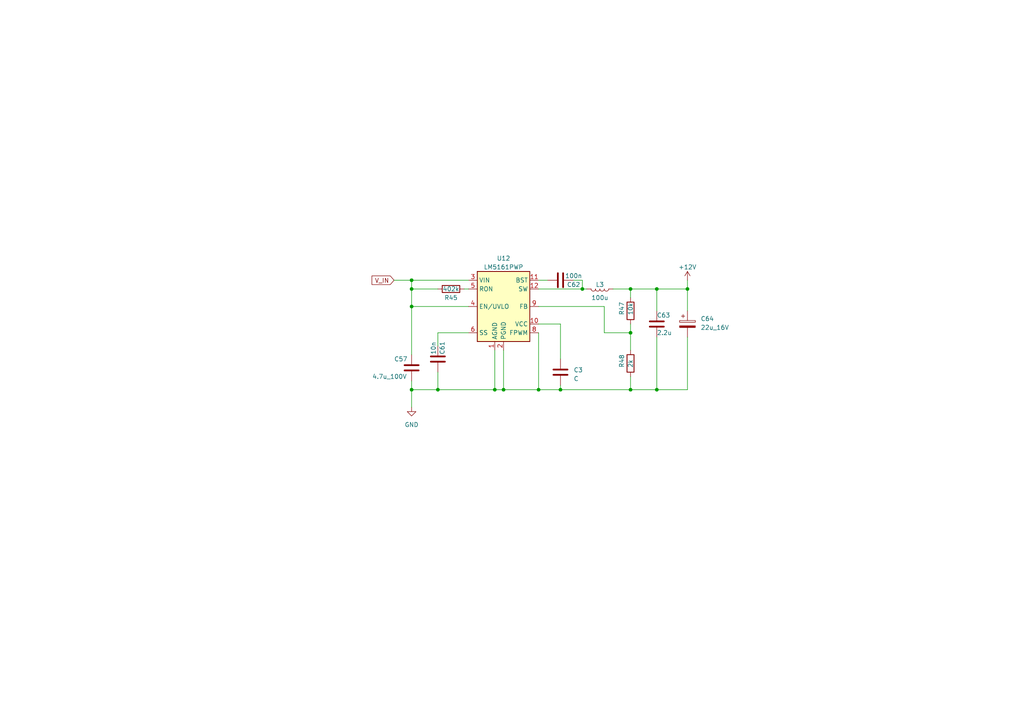
<source format=kicad_sch>
(kicad_sch (version 20230121) (generator eeschema)
  (paper "A4")
  (lib_symbols
    (symbol "Device:C" (pin_numbers hide) (pin_names (offset 0.254))
      (property "Reference" "C" (at 0.635 2.54 0))
      (property "Value" "C" (at 0.635 -2.54 0))
      (symbol "C_0_1"
        (polyline (pts (xy -2.032 -0.762) (xy 2.032 -0.762)) (stroke (width 0.508)))
        (polyline (pts (xy -2.032 0.762) (xy 2.032 0.762)) (stroke (width 0.508)))
      )
      (symbol "C_1_1"
        (pin passive line (at 0 3.81 270) (length 2.794) (name "~") (number "1"))
        (pin passive line (at 0 -3.81 90) (length 2.794) (name "~") (number "2"))
      )
    )
    (symbol "Device:C_Polarized" (pin_numbers hide) (pin_names (offset 0.254))
      (property "Reference" "C" (at 0.635 2.54 0))
      (property "Value" "C_Polarized" (at 0.635 -2.54 0))
      (symbol "C_Polarized_0_1"
        (rectangle (start -2.286 0.508) (end 2.286 1.016))
        (polyline (pts (xy -1.778 2.286) (xy -0.762 2.286)))
        (polyline (pts (xy -1.27 2.794) (xy -1.27 1.778)))
        (rectangle (start 2.286 -0.508) (end -2.286 -1.016) (fill (type outline)))
      )
      (symbol "C_Polarized_1_1"
        (pin passive line (at 0 3.81 270) (length 2.794) (name "~") (number "1"))
        (pin passive line (at 0 -3.81 90) (length 2.794) (name "~") (number "2"))
      )
    )
    (symbol "Device:L" (pin_numbers hide) (pin_names (offset 1.016) hide)
      (property "Reference" "L" (at -1.27 0 90))
      (property "Value" "L" (at 1.905 0 90))
      (symbol "L_0_1"
        (arc (start 0 -2.54) (mid 0.6323 -1.905) (end 0 -1.27))
        (arc (start 0 -1.27) (mid 0.6323 -0.635) (end 0 0))
        (arc (start 0 0) (mid 0.6323 0.635) (end 0 1.27))
        (arc (start 0 1.27) (mid 0.6323 1.905) (end 0 2.54))
      )
      (symbol "L_1_1"
        (pin passive line (at 0 3.81 270) (length 1.27) (name "1") (number "1"))
        (pin passive line (at 0 -3.81 90) (length 1.27) (name "2") (number "2"))
      )
    )
    (symbol "Device:R" (pin_numbers hide) (pin_names (offset 0))
      (property "Reference" "R" (at 2.032 0 90))
      (property "Value" "R" (at 0 0 90))
      (symbol "R_0_1"
        (rectangle (start -1.016 -2.54) (end 1.016 2.54) (stroke (width 0.254)))
      )
      (symbol "R_1_1"
        (pin passive line (at 0 3.81 270) (length 1.27) (name "~") (number "1"))
        (pin passive line (at 0 -3.81 90) (length 1.27) (name "~") (number "2"))
      )
    )
    (symbol "Regulator_Switching:LM5161PWP"
      (property "Reference" "U" (at -7.62 11.43 0))
      (property "Value" "LM5161PWP" (at 7.62 11.43 0))
      (symbol "LM5161PWP_0_1"
        (rectangle (start -7.62 10.16) (end 7.62 -10.16) (stroke (width 0.254)) (fill (type background)))
      )
      (symbol "LM5161PWP_1_1"
        (pin power_in line (at -2.54 -12.7 90) (length 2.54) (name "AGND") (number "1"))
        (pin power_out line (at 10.16 -5.08 180) (length 2.54) (name "VCC") (number "10"))
        (pin passive line (at 10.16 7.62 180) (length 2.54) (name "BST") (number "11"))
        (pin power_out line (at 10.16 5.08 180) (length 2.54) (name "SW") (number "12"))
        (pin passive line (at 10.16 5.08 180) (length 2.54) hide (name "SW") (number "13"))
        (pin no_connect line (at -7.62 -5.08 0) (length 2.54) hide (name "NC") (number "14"))
        (pin passive line (at -2.54 -12.7 90) (length 2.54) hide (name "AGND") (number "15"))
        (pin power_in line (at 0 -12.7 90) (length 2.54) (name "PGND") (number "2"))
        (pin power_in line (at -10.16 7.62 0) (length 2.54) (name "VIN") (number "3"))
        (pin input line (at -10.16 0 0) (length 2.54) (name "EN/UVLO") (number "4"))
        (pin input line (at -10.16 5.08 0) (length 2.54) (name "RON") (number "5"))
        (pin passive line (at -10.16 -7.62 0) (length 2.54) (name "SS") (number "6"))
        (pin no_connect line (at -7.62 -2.54 0) (length 2.54) hide (name "NC") (number "7"))
        (pin input line (at 10.16 -7.62 180) (length 2.54) (name "FPWM") (number "8"))
        (pin input line (at 10.16 0 180) (length 2.54) (name "FB") (number "9"))
      )
    )
    (symbol "power:+12V" (power) (pin_names (offset 0))
      (property "Value" "+12V" (at 0 3.556 0))
      (symbol "+12V_0_1"
        (polyline (pts (xy -0.762 1.27) (xy 0 2.54)))
        (polyline (pts (xy 0 0) (xy 0 2.54)))
        (polyline (pts (xy 0 2.54) (xy 0.762 1.27)))
      )
      (symbol "+12V_1_1"
        (pin power_in line (at 0 0 90) (length 0) hide (name "+12V") (number "1"))
      )
    )
    (symbol "power:GND" (power) (pin_names (offset 0))
      (property "Value" "GND" (at 0 -3.81 0))
      (symbol "GND_0_1"
        (polyline (pts (xy 0 0) (xy 0 -1.27) (xy 1.27 -1.27) (xy 0 -2.54) (xy -1.27 -1.27) (xy 0 -1.27)))
      )
      (symbol "GND_1_1"
        (pin power_in line (at 0 0 270) (length 0) hide (name "GND") (number "1"))
      )
    )
  )
  (junction (at 190.5 83.82))
  (junction (at 190.5 113.03))
  (junction (at 119.38 88.9))
  (junction (at 182.88 96.52))
  (junction (at 146.05 113.03))
  (junction (at 168.91 83.82))
  (junction (at 156.21 113.03))
  (junction (at 119.38 83.82))
  (junction (at 143.51 113.03))
  (junction (at 119.38 113.03))
  (junction (at 182.88 83.82))
  (junction (at 162.56 113.03))
  (junction (at 199.39 83.82))
  (junction (at 182.88 113.03))
  (junction (at 127 113.03))
  (junction (at 119.38 81.28))
  (wire (pts (xy 134.62 83.82) (xy 135.89 83.82)))
  (wire (pts (xy 162.56 113.03) (xy 182.88 113.03)))
  (wire (pts (xy 119.38 113.03) (xy 127 113.03)))
  (wire (pts (xy 119.38 110.49) (xy 119.38 113.03)))
  (wire (pts (xy 119.38 88.9) (xy 119.38 102.87)))
  (wire (pts (xy 190.5 97.79) (xy 190.5 113.03)))
  (wire (pts (xy 175.26 96.52) (xy 182.88 96.52)))
  (wire (pts (xy 143.51 101.6) (xy 143.51 113.03)))
  (wire (pts (xy 168.91 83.82) (xy 170.18 83.82)))
  (wire (pts (xy 156.21 96.52) (xy 156.21 113.03)))
  (wire (pts (xy 182.88 109.22) (xy 182.88 113.03)))
  (wire (pts (xy 146.05 101.6) (xy 146.05 113.03)))
  (wire (pts (xy 127 96.52) (xy 127 100.33)))
  (wire (pts (xy 156.21 81.28) (xy 158.75 81.28)))
  (wire (pts (xy 156.21 83.82) (xy 168.91 83.82)))
  (wire (pts (xy 119.38 81.28) (xy 135.89 81.28)))
  (wire (pts (xy 199.39 81.28) (xy 199.39 83.82)))
  (wire (pts (xy 146.05 113.03) (xy 156.21 113.03)))
  (wire (pts (xy 182.88 113.03) (xy 190.5 113.03)))
  (wire (pts (xy 190.5 83.82) (xy 199.39 83.82)))
  (wire (pts (xy 135.89 96.52) (xy 127 96.52)))
  (wire (pts (xy 168.91 81.28) (xy 168.91 83.82)))
  (wire (pts (xy 119.38 83.82) (xy 119.38 88.9)))
  (wire (pts (xy 143.51 113.03) (xy 146.05 113.03)))
  (wire (pts (xy 119.38 113.03) (xy 119.38 118.11)))
  (wire (pts (xy 190.5 83.82) (xy 190.5 90.17)))
  (wire (pts (xy 190.5 113.03) (xy 199.39 113.03)))
  (wire (pts (xy 166.37 81.28) (xy 168.91 81.28)))
  (wire (pts (xy 119.38 83.82) (xy 127 83.82)))
  (wire (pts (xy 156.21 93.98) (xy 162.56 93.98)))
  (wire (pts (xy 162.56 93.98) (xy 162.56 104.14)))
  (wire (pts (xy 182.88 83.82) (xy 182.88 86.36)))
  (wire (pts (xy 182.88 83.82) (xy 190.5 83.82)))
  (wire (pts (xy 119.38 81.28) (xy 119.38 83.82)))
  (wire (pts (xy 119.38 88.9) (xy 135.89 88.9)))
  (wire (pts (xy 182.88 96.52) (xy 182.88 101.6)))
  (wire (pts (xy 199.39 97.79) (xy 199.39 113.03)))
  (wire (pts (xy 177.8 83.82) (xy 182.88 83.82)))
  (wire (pts (xy 114.3 81.28) (xy 119.38 81.28)))
  (wire (pts (xy 127 107.95) (xy 127 113.03)))
  (wire (pts (xy 127 113.03) (xy 143.51 113.03)))
  (wire (pts (xy 199.39 83.82) (xy 199.39 90.17)))
  (wire (pts (xy 162.56 111.76) (xy 162.56 113.03)))
  (wire (pts (xy 156.21 113.03) (xy 162.56 113.03)))
  (wire (pts (xy 182.88 93.98) (xy 182.88 96.52)))
  (wire (pts (xy 175.26 88.9) (xy 175.26 96.52)))
  (wire (pts (xy 156.21 88.9) (xy 175.26 88.9)))
  (global_label "V_IN" (shape input) (at 114.3 81.28 180) (property "Intersheetrefs" "${INTERSHEET_REFS}" (effects hide)))
  (symbol (lib_id "Device:C") (at 162.56 107.95 0) (unit 1)
    (property "Reference" "C3" (at 166.37 107.315 0) (effects (justify left)))
    (property "Value" "C" (at 166.37 109.855 0) (effects (justify left)))
  )
  (symbol (lib_id "Device:L") (at 173.99 83.82 270) (unit 1)
    (property "Reference" "L3" (at 173.99 82.55 90))
    (property "Value" "100u" (at 173.99 86.36 90))
  )
  (symbol (lib_id "Device:C_Polarized") (at 199.39 93.98 0) (unit 1)
    (property "Reference" "C64" (at 203.2 92.456 0) (effects (justify left)))
    (property "Value" "22u_16V" (at 203.2 94.996 0) (effects (justify left)))
  )
  (symbol (lib_id "Regulator_Switching:LM5161PWP") (at 146.05 88.9 0) (unit 1)
    (property "Reference" "U12" (at 146.05 74.93 0))
    (property "Value" "LM5161PWP" (at 146.05 77.47 0))
    (property "Footprint" "Package_SO:HTSSOP-14-1EP_4.4x5mm_P0.65mm_EP3.4x5mm_Mask3x3.1mm" (effects hide))
    (property "Datasheet" "http://www.ti.com/lit/ds/symlink/lm5161.pdf" (effects hide))
  )
  (symbol (lib_id "Device:R") (at 182.88 105.41 0) (unit 1)
    (property "Reference" "R48" (at 180.34 106.68 90) (effects (justify left)))
    (property "Value" "2k" (at 182.88 106.68 90) (effects (justify left)))
  )
  (symbol (lib_id "Device:C") (at 119.38 106.68 0) (unit 1)
    (property "Reference" "C57" (at 114.3 104.14 0) (effects (justify left)))
    (property "Value" "4.7u_100V" (at 107.95 109.22 0) (effects (justify left)))
  )
  (symbol (lib_id "power:GND") (at 119.38 118.11 0) (unit 1)
    (property "Reference" "#PWR01" (effects hide))
    (property "Value" "GND" (at 119.38 123.19 0))
  )
  (symbol (lib_id "Device:C") (at 127 104.14 0) (unit 1)
    (property "Reference" "C61" (at 128.27 102.87 90) (effects (justify left)))
    (property "Value" "10n" (at 125.73 102.87 90) (effects (justify left)))
  )
  (symbol (lib_id "Device:R") (at 130.81 83.82 270) (unit 1)
    (property "Reference" "R45" (at 130.81 86.36 90))
    (property "Value" "402k" (at 130.81 83.82 90))
  )
  (symbol (lib_id "Device:C") (at 190.5 93.98 0) (unit 1)
    (property "Reference" "C63" (at 190.5 91.44 0) (effects (justify left)))
    (property "Value" "2.2u" (at 190.5 96.52 0) (effects (justify left)))
  )
  (symbol (lib_id "Device:R") (at 182.88 90.17 0) (unit 1)
    (property "Reference" "R47" (at 180.34 91.44 90) (effects (justify left)))
    (property "Value" "10k" (at 182.88 91.44 90) (effects (justify left)))
  )
  (symbol (lib_id "Device:C") (at 162.56 81.28 270) (unit 1)
    (property "Reference" "C62" (at 166.37 82.55 90))
    (property "Value" "100n" (at 166.37 80.01 90))
  )
  (symbol (lib_id "power:+12V") (at 199.39 81.28 0) (unit 1)
    (property "Reference" "#PWR02" (effects hide))
    (property "Value" "+12V" (at 199.39 77.47 0))
  )
)
</source>
